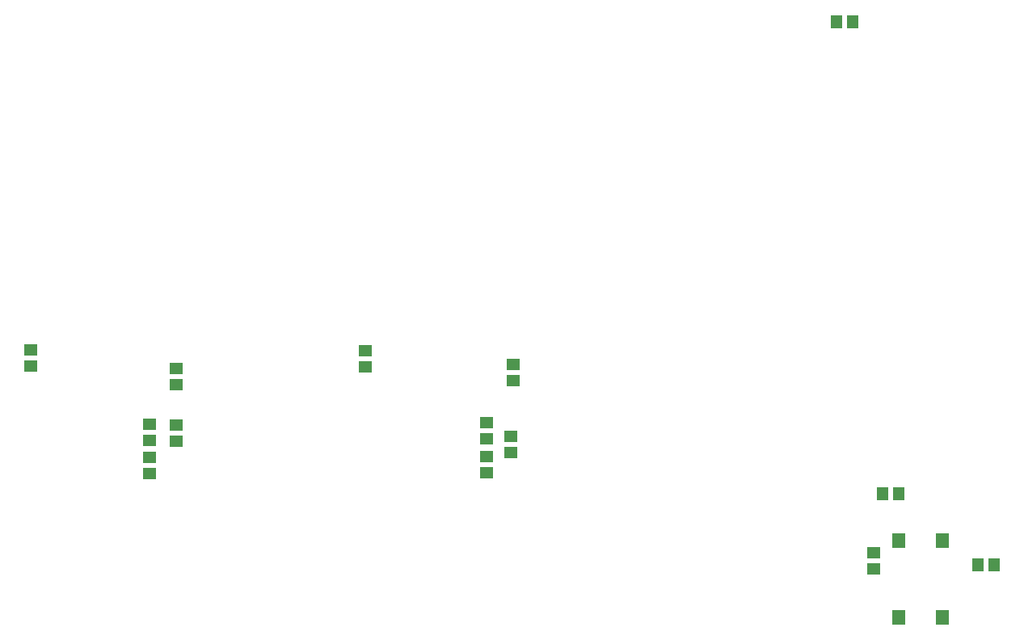
<source format=gbr>
%TF.GenerationSoftware,KiCad,Pcbnew,(6.0.5)*%
%TF.CreationDate,2022-07-13T23:51:26-04:00*%
%TF.ProjectId,Clock,436c6f63-6b2e-46b6-9963-61645f706362,rev?*%
%TF.SameCoordinates,PX4c4b400PY8a48640*%
%TF.FileFunction,Paste,Bot*%
%TF.FilePolarity,Positive*%
%FSLAX46Y46*%
G04 Gerber Fmt 4.6, Leading zero omitted, Abs format (unit mm)*
G04 Created by KiCad (PCBNEW (6.0.5)) date 2022-07-13 23:51:26*
%MOMM*%
%LPD*%
G01*
G04 APERTURE LIST*
%ADD10R,1.400000X1.150000*%
%ADD11R,1.150000X1.400000*%
%ADD12R,1.400000X1.600000*%
G04 APERTURE END LIST*
D10*
%TO.C,C7*%
X62748000Y36288000D03*
X62748000Y34588000D03*
%TD*%
%TO.C,C8*%
X27696000Y37480000D03*
X27696000Y35780000D03*
%TD*%
%TO.C,R9*%
X24902000Y35858000D03*
X24902000Y37558000D03*
%TD*%
%TO.C,C1*%
X100721000Y24096000D03*
X100721000Y22396000D03*
%TD*%
%TO.C,R6*%
X60208000Y32517000D03*
X60208000Y34217000D03*
%TD*%
D11*
%TO.C,C11*%
X101649000Y30319000D03*
X103349000Y30319000D03*
%TD*%
D10*
%TO.C,C10*%
X27696000Y41700000D03*
X27696000Y43400000D03*
%TD*%
%TO.C,C9*%
X63002000Y42130000D03*
X63002000Y43830000D03*
%TD*%
D11*
%TO.C,R11*%
X96823000Y79722000D03*
X98523000Y79722000D03*
%TD*%
D10*
%TO.C,R4*%
X47508000Y45266000D03*
X47508000Y43566000D03*
%TD*%
%TO.C,R5*%
X12456000Y45354000D03*
X12456000Y43654000D03*
%TD*%
%TO.C,R8*%
X24902000Y32390000D03*
X24902000Y34090000D03*
%TD*%
D12*
%TO.C,SW2*%
X103388000Y25366000D03*
X103388000Y17366000D03*
X107888000Y25366000D03*
X107888000Y17366000D03*
%TD*%
D11*
%TO.C,R10*%
X113382000Y22826000D03*
X111682000Y22826000D03*
%TD*%
D10*
%TO.C,R7*%
X60208000Y36034000D03*
X60208000Y37734000D03*
%TD*%
M02*

</source>
